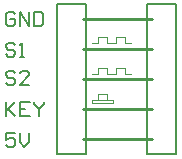
<source format=gbr>
%TF.GenerationSoftware,Altium Limited,Altium Designer,20.1.8 (145)*%
G04 Layer_Color=65535*
%FSLAX43Y43*%
%MOMM*%
%TF.SameCoordinates,5AABE4A0-D283-4886-96A5-05EAE877BFA1*%
%TF.FilePolarity,Positive*%
%TF.FileFunction,Legend,Top*%
%TF.Part,Single*%
G01*
G75*
%TA.AperFunction,NonConductor*%
%ADD16C,0.100*%
%ADD17C,0.254*%
%ADD18C,0.200*%
D16*
X34674Y33493D02*
X35182D01*
Y34001D01*
X35944D01*
Y33493D02*
Y34001D01*
Y33493D02*
X36452D01*
X37468D02*
X37976D01*
X37468D02*
Y34001D01*
X36706D02*
X37468D01*
X36706Y33493D02*
Y34001D01*
X36198Y33493D02*
X36706D01*
X36195Y36068D02*
X36703D01*
Y36576D01*
X37465D01*
Y36068D02*
Y36576D01*
Y36068D02*
X37973D01*
X36449Y30988D02*
Y31242D01*
X34671D02*
X36449D01*
X34671Y30988D02*
Y31242D01*
X35179Y30988D02*
X35941D01*
X34671D02*
X35179D01*
Y31242D02*
Y31750D01*
X35941D01*
Y31242D02*
Y31750D01*
Y30988D02*
X36449D01*
X35941Y36068D02*
X36449D01*
X35941D02*
Y36576D01*
X35179D02*
X35941D01*
X35179Y36068D02*
Y36576D01*
X34671Y36068D02*
X35179D01*
D17*
X33909Y27940D02*
X39751D01*
X33909Y30480D02*
X39751D01*
X33909Y33020D02*
X39751D01*
X33909Y35560D02*
X39751D01*
X33909Y38100D02*
X39751D01*
D18*
X31750Y26700D02*
X34220D01*
X31750D02*
Y39370D01*
X34220D01*
Y26700D02*
Y39370D01*
X39370Y26700D02*
X41840D01*
X39370D02*
Y39370D01*
X41840D01*
Y26700D02*
Y39370D01*
X28170Y28487D02*
X27370D01*
Y27888D01*
X27770Y28088D01*
X27970D01*
X28170Y27888D01*
Y27488D01*
X27970Y27288D01*
X27570D01*
X27370Y27488D01*
X28569Y28487D02*
Y27688D01*
X28969Y27288D01*
X29369Y27688D01*
Y28487D01*
X27407Y31120D02*
Y29920D01*
Y30320D01*
X28206Y31120D01*
X27607Y30520D01*
X28206Y29920D01*
X29406Y31120D02*
X28606D01*
Y29920D01*
X29406D01*
X28606Y30520D02*
X29006D01*
X29806Y31120D02*
Y30920D01*
X30206Y30520D01*
X30606Y30920D01*
Y31120D01*
X30206Y30520D02*
Y29920D01*
X28188Y33553D02*
X27988Y33753D01*
X27588D01*
X27388Y33553D01*
Y33353D01*
X27588Y33153D01*
X27988D01*
X28188Y32953D01*
Y32753D01*
X27988Y32553D01*
X27588D01*
X27388Y32753D01*
X29388Y32553D02*
X28588D01*
X29388Y33353D01*
Y33553D01*
X29188Y33753D01*
X28788D01*
X28588Y33553D01*
X28176Y35927D02*
X27977Y36127D01*
X27577D01*
X27377Y35927D01*
Y35727D01*
X27577Y35527D01*
X27977D01*
X28176Y35327D01*
Y35127D01*
X27977Y34927D01*
X27577D01*
X27377Y35127D01*
X28576Y34927D02*
X28976D01*
X28776D01*
Y36127D01*
X28576Y35927D01*
X28176Y38527D02*
X27977Y38727D01*
X27577D01*
X27377Y38527D01*
Y37727D01*
X27577Y37527D01*
X27977D01*
X28176Y37727D01*
Y38127D01*
X27777D01*
X28576Y37527D02*
Y38727D01*
X29376Y37527D01*
Y38727D01*
X29776D02*
Y37527D01*
X30376D01*
X30576Y37727D01*
Y38527D01*
X30376Y38727D01*
X29776D01*
%TF.MD5,caf8c66c61f04debac5456d7018ed30b*%
M02*

</source>
